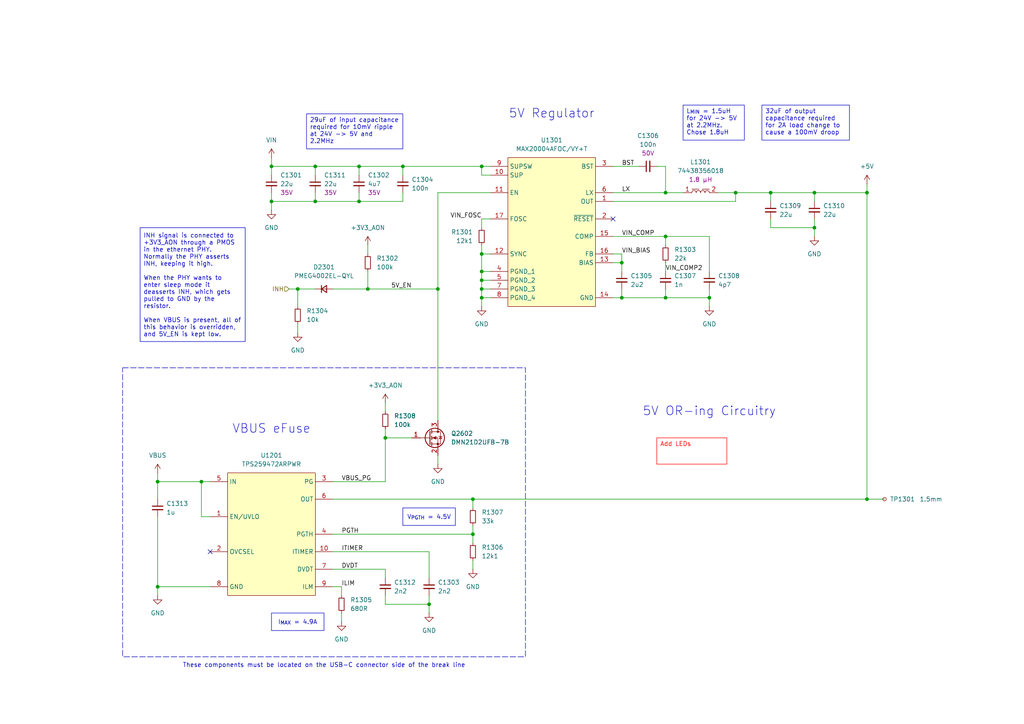
<source format=kicad_sch>
(kicad_sch (version 20250114) (generator "eeschema") (generator_version "9.0")
  (paper "A4")
  (lib_symbols
    (symbol "Connector:TestPoint_Small" (pin_numbers (hide yes)) (pin_names (offset 0.762) (hide yes))
      (property "Reference" "TP" (at 0 3.81 0))
      (property "Value" "TestPoint_Small" (at 0 2.032 0))
      (symbol "TestPoint_Small_0_1"
        (circle (center 0 0) (radius 0.508))
      )
      (symbol "TestPoint_Small_1_1"
        (pin passive line (at 0 0 90) (length 0) (name "1") (number "1"))
      )
    )
    (symbol "DIODE:PMEG4002EL-QYL" (pin_numbers (hide yes)) (pin_names (offset 0.254) (hide yes))
      (property "Reference" "D" (at 0 2.54 0))
      (property "Value" "PMEG4002EL-QYL" (at 0 -2.54 0))
      (symbol "PMEG4002EL-QYL_0_1"
        (polyline (pts (xy -0.762 0) (xy 0.762 0)))
        (polyline (pts (xy -0.762 -1.016) (xy -0.762 1.016)) (stroke (width 0.254)))
        (polyline (pts (xy 0.762 -1.016) (xy -0.762 0) (xy 0.762 1.016) (xy 0.762 -1.016)) (stroke (width 0.254)))
      )
      (symbol "PMEG4002EL-QYL_1_1"
        (pin passive line (at -2.54 0 0) (length 1.778) (name "K") (number "1"))
        (pin passive line (at 2.54 0 180) (length 1.778) (name "A") (number "2"))
      )
    )
    (symbol "Device:C_Small" (pin_numbers (hide yes)) (pin_names (offset 0.254) (hide yes))
      (property "Reference" "C" (at 0.254 1.778 0))
      (property "Value" "C_Small" (at 0.254 -2.032 0))
      (symbol "C_Small_0_1"
        (polyline (pts (xy -1.524 0.508) (xy 1.524 0.508)) (stroke (width 0.3048)))
        (polyline (pts (xy -1.524 -0.508) (xy 1.524 -0.508)) (stroke (width 0.3302)))
      )
      (symbol "C_Small_1_1"
        (pin passive line (at 0 2.54 270) (length 2.032) (name "~") (number "1"))
        (pin passive line (at 0 -2.54 90) (length 2.032) (name "~") (number "2"))
      )
    )
    (symbol "Device:R_Small" (pin_numbers (hide yes)) (pin_names (offset 0.254) (hide yes))
      (property "Reference" "R" (at 0.762 0.508 0))
      (property "Value" "R_Small" (at 0.762 -1.016 0))
      (symbol "R_Small_0_1"
        (rectangle (start -0.762 1.778) (end 0.762 -1.778) (stroke (width 0.2032)))
      )
      (symbol "R_Small_1_1"
        (pin passive line (at 0 2.54 270) (length 0.762) (name "~") (number "1"))
        (pin passive line (at 0 -2.54 90) (length 0.762) (name "~") (number "2"))
      )
    )
    (symbol "MAX-SMPS:MAX20004AFOA_VY+T"
      (property "Reference" "U" (at 0 5.08 0))
      (property "Value" "MAX20004AFOC/VY+T" (at 0 2.54 0))
      (symbol "MAX20004AFOA_VY+T_1_1"
        (rectangle (start -12.7 0) (end 12.7 -43.18) (fill (type background)))
        (pin passive line (at -17.78 -2.54 0) (length 5.08) (name "SUPSW") (number "9"))
        (pin passive line (at -17.78 -5.08 0) (length 5.08) (name "SUP") (number "10"))
        (pin passive line (at -17.78 -10.16 0) (length 5.08) (name "EN") (number "11"))
        (pin passive line (at -17.78 -17.78 0) (length 5.08) (name "FOSC") (number "17"))
        (pin passive line (at -17.78 -27.94 0) (length 5.08) (name "SYNC") (number "12"))
        (pin passive line (at -17.78 -33.02 0) (length 5.08) (name "PGND_1") (number "4"))
        (pin passive line (at -17.78 -35.56 0) (length 5.08) (name "PGND_2") (number "5"))
        (pin passive line (at -17.78 -38.1 0) (length 5.08) (name "PGND_3") (number "7"))
        (pin passive line (at -17.78 -40.64 0) (length 5.08) (name "PGND_4") (number "8"))
        (pin passive line (at 17.78 -2.54 180) (length 5.08) (name "BST") (number "3"))
        (pin passive line (at 17.78 -10.16 180) (length 5.08) (name "LX") (number "6"))
        (pin passive line (at 17.78 -12.7 180) (length 5.08) (name "OUT") (number "1"))
        (pin passive line (at 17.78 -17.78 180) (length 5.08) (name "~{RESET}") (number "2"))
        (pin passive line (at 17.78 -22.86 180) (length 5.08) (name "COMP") (number "15"))
        (pin passive line (at 17.78 -27.94 180) (length 5.08) (name "FB") (number "16"))
        (pin passive line (at 17.78 -30.48 180) (length 5.08) (name "BIAS") (number "13"))
        (pin passive line (at 17.78 -40.64 180) (length 5.08) (name "GND") (number "14"))
      )
    )
    (symbol "MOSFET:DMN21D2UFB-7B" (pin_names (hide yes))
      (property "Reference" "Q" (at 11.43 3.81 0))
      (property "Value" "DMN21D2UFB-7B" (at 11.43 1.27 0))
      (symbol "DMN21D2UFB-7B_0_1"
        (polyline (pts (xy 5.334 1.905) (xy 5.334 -1.905)) (stroke (width 0.254)))
        (polyline (pts (xy 5.334 0) (xy 2.54 0)))
        (polyline (pts (xy 5.842 2.286) (xy 5.842 1.27)) (stroke (width 0.254)))
        (polyline (pts (xy 5.842 0.508) (xy 5.842 -0.508)) (stroke (width 0.254)))
        (polyline (pts (xy 5.842 -1.27) (xy 5.842 -2.286)) (stroke (width 0.254)))
        (polyline (pts (xy 5.842 -1.778) (xy 8.382 -1.778) (xy 8.382 1.778) (xy 5.842 1.778)))
        (polyline (pts (xy 6.096 0) (xy 7.112 0.381) (xy 7.112 -0.381) (xy 6.096 0)) (fill (type outline)))
        (circle (center 6.731 0) (radius 2.794) (stroke (width 0.254)))
        (polyline (pts (xy 7.62 2.54) (xy 7.62 1.778)))
        (circle (center 7.62 1.778) (radius 0.254) (fill (type outline)))
        (circle (center 7.62 -1.778) (radius 0.254) (fill (type outline)))
        (polyline (pts (xy 7.62 -2.54) (xy 7.62 0) (xy 5.842 0)))
        (polyline (pts (xy 7.874 0.508) (xy 8.001 0.381) (xy 8.763 0.381) (xy 8.89 0.254)))
        (polyline (pts (xy 8.382 0.381) (xy 8.001 -0.254) (xy 8.763 -0.254) (xy 8.382 0.381)))
      )
      (symbol "DMN21D2UFB-7B_1_1"
        (pin input line (at 0 0 0) (length 2.54) (name "G") (number "1"))
        (pin passive line (at 7.62 5.08 270) (length 2.54) (name "D") (number "3"))
        (pin passive line (at 7.62 -5.08 90) (length 2.54) (name "S") (number "2"))
      )
    )
    (symbol "PWR-IND:4020_74438356018" (pin_names (hide yes))
      (property "Reference" "L" (at 0 7.62 0))
      (property "Value" "74438356018" (at 0 5.08 0))
      (property "Critical Parameter" "1.8 µH" (at 0 2.54 0))
      (symbol "4020_74438356018_0_1"
        (polyline (pts (xy -2.54 1.016) (xy -0.508 1.016)))
        (arc (start -2.54 0) (mid -1.905 0.6323) (end -1.27 0))
        (arc (start -1.27 0) (mid -0.635 0.6323) (end 0 0))
        (arc (start 0 0) (mid 0.635 0.6323) (end 1.27 0))
        (arc (start 1.27 0) (mid 1.905 0.6323) (end 2.54 0))
      )
      (symbol "4020_74438356018_1_1"
        (polyline (pts (xy 2.54 1.016) (xy 0.508 1.016)))
        (pin power_in line (at -5.08 0 0) (length 2.54) (name "1") (number "1"))
        (pin power_out line (at 5.08 0 180) (length 2.54) (name "2") (number "2"))
      )
    )
    (symbol "PWR-SWCH:TPS259472ARPWR"
      (property "Reference" "U" (at 0 5.08 0))
      (property "Value" "TPS259472ARPWR" (at 0 2.54 0))
      (symbol "TPS259472ARPWR_1_1"
        (rectangle (start -12.7 0) (end 12.7 -35.56) (fill (type background)))
        (pin power_in line (at -17.78 -2.54 0) (length 5.08) (name "IN") (number "5"))
        (pin input line (at -17.78 -12.7 0) (length 5.08) (name "EN/UVLO") (number "1"))
        (pin passive line (at -17.78 -12.7 0) (length 5.08) (hide yes) (name "EN/UVLO") (number "12"))
        (pin input line (at -17.78 -22.86 0) (length 5.08) (name "OVCSEL") (number "2"))
        (pin passive line (at -17.78 -33.02 0) (length 5.08) (name "GND") (number "8"))
        (pin output line (at 17.78 -2.54 180) (length 5.08) (name "PG") (number "3"))
        (pin power_out line (at 17.78 -7.62 180) (length 5.08) (name "OUT") (number "6"))
        (pin passive line (at 17.78 -17.78 180) (length 5.08) (hide yes) (name "PGTH") (number "13"))
        (pin input line (at 17.78 -17.78 180) (length 5.08) (name "PGTH") (number "4"))
        (pin output line (at 17.78 -22.86 180) (length 5.08) (name "ITIMER") (number "10"))
        (pin passive line (at 17.78 -22.86 180) (length 5.08) (hide yes) (name "ITIMER") (number "11"))
        (pin passive line (at 17.78 -27.94 180) (length 5.08) (hide yes) (name "DVDT") (number "14"))
        (pin output line (at 17.78 -27.94 180) (length 5.08) (name "DVDT") (number "7"))
        (pin output line (at 17.78 -33.02 180) (length 5.08) (name "ILM") (number "9"))
      )
    )
    (symbol "PWR-SYM:+3V3_AON" (power) (pin_numbers (hide yes)) (pin_names (offset 0) (hide yes))
      (property "Value" "+3V3_AON" (at 0 3.556 0))
      (symbol "+3V3_AON_0_1"
        (polyline (pts (xy -0.762 1.27) (xy 0 2.54)))
        (polyline (pts (xy 0 2.54) (xy 0.762 1.27)))
        (polyline (pts (xy 0 0) (xy 0 2.54)))
      )
      (symbol "+3V3_AON_1_1"
        (pin power_in line (at 0 0 90) (length 0) (name "~") (number "1"))
      )
    )
    (symbol "power:+5V" (power) (pin_numbers (hide yes)) (pin_names (offset 0) (hide yes))
      (property "Value" "+5V" (at 0 3.556 0))
      (symbol "+5V_0_1"
        (polyline (pts (xy -0.762 1.27) (xy 0 2.54)))
        (polyline (pts (xy 0 2.54) (xy 0.762 1.27)))
        (polyline (pts (xy 0 0) (xy 0 2.54)))
      )
      (symbol "+5V_1_1"
        (pin power_in line (at 0 0 90) (length 0) (name "~") (number "1"))
      )
    )
    (symbol "power:GND" (power) (pin_numbers (hide yes)) (pin_names (offset 0) (hide yes))
      (property "Value" "GND" (at 0 -3.81 0))
      (symbol "GND_0_1"
        (polyline (pts (xy 0 0) (xy 0 -1.27) (xy 1.27 -1.27) (xy 0 -2.54) (xy -1.27 -1.27) (xy 0 -1.27)))
      )
      (symbol "GND_1_1"
        (pin power_in line (at 0 0 270) (length 0) (name "~") (number "1"))
      )
    )
    (symbol "power:VBUS" (power) (pin_numbers (hide yes)) (pin_names (offset 0) (hide yes))
      (property "Value" "VBUS" (at 0 3.556 0))
      (symbol "VBUS_0_1"
        (polyline (pts (xy -0.762 1.27) (xy 0 2.54)))
        (polyline (pts (xy 0 2.54) (xy 0.762 1.27)))
        (polyline (pts (xy 0 0) (xy 0 2.54)))
      )
      (symbol "VBUS_1_1"
        (pin power_in line (at 0 0 90) (length 0) (name "~") (number "1"))
      )
    )
    (symbol "power_extra:VIN" (power) (pin_numbers (hide yes)) (pin_names (offset 0) (hide yes))
      (property "Value" "VIN" (at 0 3.556 0))
      (symbol "VIN_0_1"
        (polyline (pts (xy -0.762 1.27) (xy 0 2.54)))
        (polyline (pts (xy 0 2.54) (xy 0.762 1.27)))
        (polyline (pts (xy 0 0) (xy 0 2.54)))
      )
      (symbol "VIN_1_1"
        (pin power_in line (at 0 0 90) (length 0) (name "~") (number "1"))
      )
    )
  )
  (rectangle (start 35.56 106.68) (end 152.4 190.5) (stroke (width 0) (type dash)))
  (text "These components must be located on the USB-C connector side of the break line" (at 93.98 193.04 0) (effects (font (size 1.27 1.27))))
  (text "5V Regulator" (at 160.02 33.02 0) (effects (font (size 2.54 2.54))))
  (text "5V OR-ing Circuitry" (at 205.74 119.38 0) (effects (font (size 2.54 2.54))))
  (text "VBUS eFuse" (at 78.74 124.46 0) (effects (font (size 2.54 2.54))))
  (text_box "V_{PGTH} = 4.5V" (at 116.84 147.32 0) (size 15.24 5.08) (margins 0.9525 0.9525 0.9525 0.9525) (effects (font (size 1.27 1.27))))
  (text_box "INH signal is connected to +3V3_AON through a PMOS in the ethernet PHY. Normally the PHY asserts INH, keeping it high.\n\nWhen the PHY wants to enter sleep mode it deasserts INH, which gets pulled to GND by the resistor.\n\nWhen VBUS is present, all of this behavior is overridden, and 5V_EN is kept low." (at 40.64 66.04 0) (size 30.48 33.02) (margins 0.9525 0.9525 0.9525 0.9525) (effects (font (size 1.27 1.27)) (justify left)))
  (text_box "L_{MIN} = 1.5uH for 24V -> 5V at 2.2MHz. Chose 1.8uH" (at 198.12 30.48 0) (size 17.78 10.16) (margins 0.9525 0.9525 0.9525 0.9525) (effects (font (size 1.27 1.27)) (justify left top)))
  (text_box "Add LEDs" (at 190.5 127 0) (size 20.32 7.62) (margins 0.9525 0.9525 0.9525 0.9525) (stroke (width 0) (color 255 0 0 1)) (effects (font (size 1.27 1.27)) (justify left top)))
  (text_box "32uF of output capacitance required for 2A load change to cause a 100mV droop" (at 220.98 30.48 0) (size 25.4 10.16) (margins 0.9525 0.9525 0.9525 0.9525) (effects (font (size 1.27 1.27)) (justify left top)))
  (text_box "I_{MAX} = 4.9A" (at 78.74 177.8 0) (size 15.24 5.08) (margins 0.9525 0.9525 0.9525 0.9525) (effects (font (size 1.27 1.27))))
  (text_box "29uF of input capacitance required for 10mV ripple at 24V -> 5V and 2.2MHz" (at 88.9 33.02 0) (size 27.94 10.16) (margins 0.9525 0.9525 0.9525 0.9525) (effects (font (size 1.27 1.27)) (justify left top)))
  (junction (at 139.7 73.66))
  (junction (at 127 83.82))
  (junction (at 45.72 170.18))
  (junction (at 139.7 86.36))
  (junction (at 139.7 81.28))
  (junction (at 180.34 86.36))
  (junction (at 91.44 58.42))
  (junction (at 180.34 76.2))
  (junction (at 137.16 154.94))
  (junction (at 91.44 48.26))
  (junction (at 86.36 83.82))
  (junction (at 106.68 83.82))
  (junction (at 251.46 144.78))
  (junction (at 236.22 55.88))
  (junction (at 193.04 55.88))
  (junction (at 139.7 78.74))
  (junction (at 193.04 86.36))
  (junction (at 124.46 175.26))
  (junction (at 236.22 66.04))
  (junction (at 223.52 55.88))
  (junction (at 213.36 55.88))
  (junction (at 111.76 127))
  (junction (at 205.74 86.36))
  (junction (at 193.04 68.58))
  (junction (at 104.14 58.42))
  (junction (at 139.7 83.82))
  (junction (at 78.74 58.42))
  (junction (at 116.84 48.26))
  (junction (at 45.72 139.7))
  (junction (at 251.46 55.88))
  (junction (at 78.74 48.26))
  (junction (at 58.42 139.7))
  (junction (at 137.16 144.78))
  (junction (at 104.14 48.26))
  (junction (at 139.7 48.26))
  (no_connect (at 177.8 63.5))
  (no_connect (at 60.96 160.02))
  (wire (pts (xy 205.74 78.74) (xy 205.74 68.58)))
  (wire (pts (xy 180.34 73.66) (xy 180.34 76.2)))
  (wire (pts (xy 45.72 149.86) (xy 45.72 170.18)))
  (wire (pts (xy 142.24 86.36) (xy 139.7 86.36)))
  (wire (pts (xy 124.46 172.72) (xy 124.46 175.26)))
  (wire (pts (xy 223.52 55.88) (xy 236.22 55.88)))
  (wire (pts (xy 45.72 170.18) (xy 45.72 172.72)))
  (wire (pts (xy 111.76 127) (xy 111.76 139.7)))
  (wire (pts (xy 142.24 83.82) (xy 139.7 83.82)))
  (wire (pts (xy 205.74 68.58) (xy 193.04 68.58)))
  (wire (pts (xy 83.82 83.82) (xy 86.36 83.82)))
  (wire (pts (xy 139.7 78.74) (xy 142.24 78.74)))
  (wire (pts (xy 96.52 160.02) (xy 124.46 160.02)))
  (wire (pts (xy 177.8 48.26) (xy 185.42 48.26)))
  (wire (pts (xy 106.68 83.82) (xy 127 83.82)))
  (wire (pts (xy 86.36 83.82) (xy 86.36 88.9)))
  (wire (pts (xy 177.8 86.36) (xy 180.34 86.36)))
  (wire (pts (xy 45.72 170.18) (xy 60.96 170.18)))
  (wire (pts (xy 91.44 55.88) (xy 91.44 58.42)))
  (wire (pts (xy 124.46 175.26) (xy 124.46 177.8)))
  (wire (pts (xy 139.7 50.8) (xy 139.7 48.26)))
  (wire (pts (xy 86.36 83.82) (xy 91.44 83.82)))
  (wire (pts (xy 106.68 78.74) (xy 106.68 83.82)))
  (wire (pts (xy 104.14 58.42) (xy 116.84 58.42)))
  (wire (pts (xy 213.36 58.42) (xy 213.36 55.88)))
  (wire (pts (xy 78.74 55.88) (xy 78.74 58.42)))
  (wire (pts (xy 111.76 124.46) (xy 111.76 127)))
  (wire (pts (xy 139.7 83.82) (xy 139.7 86.36)))
  (wire (pts (xy 193.04 55.88) (xy 198.12 55.88)))
  (wire (pts (xy 177.8 76.2) (xy 180.34 76.2)))
  (wire (pts (xy 236.22 63.5) (xy 236.22 66.04)))
  (wire (pts (xy 251.46 144.78) (xy 256.54 144.78)))
  (wire (pts (xy 78.74 58.42) (xy 78.74 60.96)))
  (wire (pts (xy 96.52 83.82) (xy 106.68 83.82)))
  (wire (pts (xy 193.04 76.2) (xy 193.04 78.74)))
  (wire (pts (xy 96.52 144.78) (xy 137.16 144.78)))
  (wire (pts (xy 116.84 55.88) (xy 116.84 58.42)))
  (wire (pts (xy 127 132.08) (xy 127 134.62)))
  (wire (pts (xy 137.16 154.94) (xy 137.16 157.48)))
  (wire (pts (xy 177.8 68.58) (xy 193.04 68.58)))
  (wire (pts (xy 139.7 81.28) (xy 139.7 83.82)))
  (wire (pts (xy 251.46 55.88) (xy 251.46 144.78)))
  (wire (pts (xy 177.8 73.66) (xy 180.34 73.66)))
  (wire (pts (xy 190.5 48.26) (xy 193.04 48.26)))
  (wire (pts (xy 96.52 154.94) (xy 137.16 154.94)))
  (wire (pts (xy 127 83.82) (xy 127 55.88)))
  (wire (pts (xy 86.36 93.98) (xy 86.36 96.52)))
  (wire (pts (xy 139.7 48.26) (xy 142.24 48.26)))
  (wire (pts (xy 106.68 71.12) (xy 106.68 73.66)))
  (wire (pts (xy 139.7 73.66) (xy 142.24 73.66)))
  (wire (pts (xy 213.36 55.88) (xy 223.52 55.88)))
  (wire (pts (xy 205.74 86.36) (xy 193.04 86.36)))
  (wire (pts (xy 137.16 162.56) (xy 137.16 165.1)))
  (wire (pts (xy 193.04 83.82) (xy 193.04 86.36)))
  (wire (pts (xy 78.74 45.72) (xy 78.74 48.26)))
  (wire (pts (xy 111.76 167.64) (xy 111.76 165.1)))
  (wire (pts (xy 193.04 68.58) (xy 193.04 71.12)))
  (wire (pts (xy 45.72 139.7) (xy 58.42 139.7)))
  (wire (pts (xy 127 55.88) (xy 142.24 55.88)))
  (wire (pts (xy 223.52 55.88) (xy 223.52 58.42)))
  (wire (pts (xy 99.06 177.8) (xy 99.06 180.34)))
  (wire (pts (xy 91.44 58.42) (xy 78.74 58.42)))
  (wire (pts (xy 236.22 55.88) (xy 236.22 58.42)))
  (wire (pts (xy 111.76 175.26) (xy 124.46 175.26)))
  (wire (pts (xy 111.76 116.84) (xy 111.76 119.38)))
  (wire (pts (xy 111.76 139.7) (xy 96.52 139.7)))
  (wire (pts (xy 111.76 172.72) (xy 111.76 175.26)))
  (wire (pts (xy 142.24 50.8) (xy 139.7 50.8)))
  (wire (pts (xy 91.44 48.26) (xy 78.74 48.26)))
  (wire (pts (xy 251.46 53.34) (xy 251.46 55.88)))
  (wire (pts (xy 91.44 48.26) (xy 91.44 50.8)))
  (wire (pts (xy 180.34 83.82) (xy 180.34 86.36)))
  (wire (pts (xy 45.72 144.78) (xy 45.72 139.7)))
  (wire (pts (xy 139.7 78.74) (xy 139.7 81.28)))
  (wire (pts (xy 223.52 63.5) (xy 223.52 66.04)))
  (wire (pts (xy 142.24 63.5) (xy 139.7 63.5)))
  (wire (pts (xy 58.42 139.7) (xy 60.96 139.7)))
  (wire (pts (xy 104.14 48.26) (xy 116.84 48.26)))
  (wire (pts (xy 213.36 55.88) (xy 208.28 55.88)))
  (wire (pts (xy 91.44 58.42) (xy 104.14 58.42)))
  (wire (pts (xy 193.04 48.26) (xy 193.04 55.88)))
  (wire (pts (xy 205.74 86.36) (xy 205.74 88.9)))
  (wire (pts (xy 96.52 170.18) (xy 99.06 170.18)))
  (wire (pts (xy 104.14 48.26) (xy 104.14 50.8)))
  (wire (pts (xy 139.7 63.5) (xy 139.7 66.04)))
  (wire (pts (xy 124.46 160.02) (xy 124.46 167.64)))
  (wire (pts (xy 236.22 55.88) (xy 251.46 55.88)))
  (wire (pts (xy 205.74 83.82) (xy 205.74 86.36)))
  (wire (pts (xy 116.84 48.26) (xy 139.7 48.26)))
  (wire (pts (xy 78.74 48.26) (xy 78.74 50.8)))
  (wire (pts (xy 96.52 165.1) (xy 111.76 165.1)))
  (wire (pts (xy 251.46 144.78) (xy 137.16 144.78)))
  (wire (pts (xy 142.24 81.28) (xy 139.7 81.28)))
  (wire (pts (xy 236.22 66.04) (xy 236.22 68.58)))
  (wire (pts (xy 104.14 55.88) (xy 104.14 58.42)))
  (wire (pts (xy 58.42 139.7) (xy 58.42 149.86)))
  (wire (pts (xy 139.7 73.66) (xy 139.7 78.74)))
  (wire (pts (xy 177.8 55.88) (xy 193.04 55.88)))
  (wire (pts (xy 45.72 137.16) (xy 45.72 139.7)))
  (wire (pts (xy 127 83.82) (xy 127 121.92)))
  (wire (pts (xy 139.7 71.12) (xy 139.7 73.66)))
  (wire (pts (xy 236.22 66.04) (xy 223.52 66.04)))
  (wire (pts (xy 111.76 127) (xy 119.38 127)))
  (wire (pts (xy 116.84 50.8) (xy 116.84 48.26)))
  (wire (pts (xy 137.16 147.32) (xy 137.16 144.78)))
  (wire (pts (xy 180.34 78.74) (xy 180.34 76.2)))
  (wire (pts (xy 177.8 58.42) (xy 213.36 58.42)))
  (wire (pts (xy 139.7 86.36) (xy 139.7 88.9)))
  (wire (pts (xy 91.44 48.26) (xy 104.14 48.26)))
  (wire (pts (xy 60.96 149.86) (xy 58.42 149.86)))
  (wire (pts (xy 137.16 152.4) (xy 137.16 154.94)))
  (wire (pts (xy 180.34 86.36) (xy 193.04 86.36)))
  (wire (pts (xy 99.06 172.72) (xy 99.06 170.18)))
  (label "ILIM" (at 99.06 170.18 0))
  (label "LX" (at 180.34 55.88 0))
  (label "DVDT" (at 99.06 165.1 0))
  (label "VBUS_PG" (at 99.06 139.7 0))
  (label "PGTH" (at 99.06 154.94 0))
  (label "VIN_COMP2" (at 193.04 78.74 0))
  (label "VIN_FOSC" (at 139.7 63.5 180))
  (label "VIN_COMP" (at 180.34 68.58 0))
  (label "5V_EN" (at 119.38 83.82 180))
  (label "ITIMER" (at 99.06 160.02 0))
  (label "VIN_BIAS" (at 180.34 73.66 0))
  (label "BST" (at 180.34 48.26 0))
  (hierarchical_label "INH" (shape input) (at 83.82 83.82 180))
  (symbol (lib_id "MOSFET:DMN21D2UFB-7B") (at 119.38 127 0) (unit 1)
    (property "Reference" "Q2602" (at 130.81 125.73 0) (effects (justify left)))
    (property "Value" "DMN21D2UFB-7B" (at 130.81 128.27 0) (effects (justify left)))
    (property "Footprint" "project_footprints:DMN21D2UFB7B" (effects (hide yes)))
    (property "Datasheet" "https://componentsearchengine.com/Datasheets/1/DMN21D2UFB-7B.pdf" (effects (hide yes)))
    (property "Description" "MOSFET MOSFET BVDSS: 8V-24V X1-DFN1006-3 T&R 10" (effects (hide yes)))
    (property "Height" "0.53" (effects (hide yes)))
    (property "Mouser Part Number" "621-DMN21D2UFB-7B" (effects (hide yes)))
    (property "Manufacturer_Name" "Diodes Incorporated" (effects (hide yes)))
    (property "Manufacturer_Part_Number" "DMN21D2UFB-7B" (effects (hide yes)))
    (property "Sim.Library" "sim_models\\DMN21D2UFB.spice.txt" (effects (hide yes)))
    (property "Sim.Name" "DMN21D2UFB" (effects (hide yes)))
    (property "Sim.Device" "SUBCKT" (effects (hide yes)))
    (property "Sim.Pins" "1=20 2=30 3=10" (effects (hide yes)))
  )
  (symbol (lib_id "Device:C_Small") (at 223.52 60.96 0) (unit 1)
    (property "Reference" "C1309" (at 226.06 59.6962 0) (effects (justify left)))
    (property "Value" "22u" (at 226.06 62.2362 0) (effects (justify left)))
    (property "Footprint" "Capacitor_SMD:C_0805_2012Metric" (effects (hide yes)))
    (property "Description" "Unpolarized capacitor, small symbol" (effects (hide yes)))
  )
  (symbol (lib_id "power:VBUS") (at 45.72 137.16 0) (unit 1)
    (property "Reference" "#PWR01312" (effects (hide yes)))
    (property "Value" "VBUS" (at 45.72 132.08 0))
    (property "Description" "Power symbol creates a global label with name \"VBUS\"" (effects (hide yes)))
  )
  (symbol (lib_id "Device:C_Small") (at 124.46 170.18 0) (unit 1)
    (property "Reference" "C1303" (at 127 168.9162 0) (effects (justify left)))
    (property "Value" "2n2" (at 127 171.4562 0) (effects (justify left)))
    (property "Footprint" "project_footprints:C_0402" (effects (hide yes)))
    (property "Description" "Unpolarized capacitor, small symbol" (effects (hide yes)))
  )
  (symbol (lib_id "power:GND") (at 78.74 60.96 0) (unit 1)
    (property "Reference" "#PWR01302" (effects (hide yes)))
    (property "Value" "GND" (at 78.74 66.04 0))
    (property "Description" "Power symbol creates a global label with name \"GND\" , ground" (effects (hide yes)))
  )
  (symbol (lib_id "PWR-SYM:+3V3_AON") (at 106.68 71.12 0) (unit 1)
    (property "Reference" "#PWR01310" (effects (hide yes)))
    (property "Value" "+3V3_AON" (at 106.68 66.04 0))
    (property "Description" "Power symbol creates a global label with name \"+3V3_AON\"" (effects (hide yes)))
  )
  (symbol (lib_id "Device:R_Small") (at 193.04 73.66 0) (mirror y) (unit 1)
    (property "Reference" "R1303" (at 195.58 72.3899 0) (effects (justify right)))
    (property "Value" "22k" (at 195.58 74.9299 0) (effects (justify right)))
    (property "Footprint" "project_footprints:R_0402" (effects (hide yes)))
    (property "Description" "Resistor, small symbol" (effects (hide yes)))
  )
  (symbol (lib_id "PWR-SWCH:TPS259472ARPWR") (at 78.74 137.16 0) (unit 1)
    (property "Reference" "U1201" (at 78.74 132.08 0))
    (property "Value" "TPS259472ARPWR" (at 78.74 134.62 0))
    (property "Footprint" "project_footprints:TPS259472ARPWR" (effects (hide yes)))
    (property "Datasheet" "https://www.ti.com/lit/ds/symlink/tps25947.pdf?ts=1761904658681&ref_url=https%253A%252F%252Fwww.mouser.tw%252F" (effects (hide yes)))
    (property "Description" "Hot Swap Voltage Controllers 2.7-V to 23-V, 28-m?, 5.5-A eFuse with integrated reverse polarity protection" (effects (hide yes)))
    (property "Height" "1" (effects (hide yes)))
  )
  (symbol (lib_id "power:GND") (at 137.16 165.1 0) (unit 1)
    (property "Reference" "#PWR01308" (effects (hide yes)))
    (property "Value" "GND" (at 137.16 170.18 0))
    (property "Description" "Power symbol creates a global label with name \"GND\" , ground" (effects (hide yes)))
  )
  (symbol (lib_id "Device:R_Small") (at 111.76 121.92 0) (mirror y) (unit 1)
    (property "Reference" "R1308" (at 114.3 120.6499 0) (effects (justify right)))
    (property "Value" "100k" (at 114.3 123.1899 0) (effects (justify right)))
    (property "Footprint" "project_footprints:R_0402" (effects (hide yes)))
    (property "Description" "Resistor, small symbol" (effects (hide yes)))
  )
  (symbol (lib_id "power:+5V") (at 251.46 53.34 0) (unit 1)
    (property "Reference" "#PWR01306" (effects (hide yes)))
    (property "Value" "+5V" (at 251.46 48.26 0))
    (property "Description" "Power symbol creates a global label with name \"+5V\"" (effects (hide yes)))
  )
  (symbol (lib_id "Connector:TestPoint_Small") (at 256.54 144.78 0) (mirror y) (unit 1)
    (property "Reference" "TP1301" (at 265.43 144.78 0) (effects (justify left)))
    (property "Value" "1.5mm" (at 266.7 144.78 0) (effects (justify right)))
    (property "Footprint" "TestPoint:TestPoint_Pad_D1.5mm" (effects (hide yes)))
    (property "Description" "test point" (effects (hide yes)))
  )
  (symbol (lib_id "Device:C_Small") (at 187.96 48.26 90) (unit 1)
    (property "Reference" "C1306" (at 187.96 39.37 90))
    (property "Value" "100n" (at 187.96 41.91 90))
    (property "Footprint" "project_footprints:C_0402" (effects (hide yes)))
    (property "Description" "Unpolarized capacitor, small symbol" (effects (hide yes)))
    (property "Voltage" "50V" (at 187.96 44.45 90))
  )
  (symbol (lib_id "power:GND") (at 45.72 172.72 0) (unit 1)
    (property "Reference" "#PWR01314" (effects (hide yes)))
    (property "Value" "GND" (at 45.72 177.8 0))
    (property "Description" "Power symbol creates a global label with name \"GND\" , ground" (effects (hide yes)))
  )
  (symbol (lib_id "MAX-SMPS:MAX20004AFOA_VY+T") (at 160.02 45.72 0) (unit 1)
    (property "Reference" "U1301" (at 160.02 40.64 0))
    (property "Value" "MAX20004AFOC/VY+T" (at 160.02 43.18 0))
    (property "Footprint" "project_footprints:MAX20004AFOC_VY+" (effects (hide yes)))
    (property "Datasheet" "https://componentsearchengine.com/Datasheets/1/MAX20004AFOA_VY+T.pdf" (effects (hide yes)))
    (property "Description" "36V, 220KHZ TO 2.2MHZ, 4A/6A/8A" (effects (hide yes)))
    (property "Height" "0.75" (effects (hide yes)))
    (property "Manufacturer_Name" "Analog Devices" (effects (hide yes)))
    (property "Manufacturer_Part_Number" "MAX20004AFOA/VY+T" (effects (hide yes)))
    (property "Mouser Part Number" "700-MAX20004AFOA/VYT" (effects (hide yes)))
    (property "Mouser Price/Stock" "https://www.mouser.co.uk/ProductDetail/Maxim-Integrated/MAX20004AFOA-VY%2bT?qs=vLWxofP3U2xWaHIFd3JEag%3D%3D" (effects (hide yes)))
  )
  (symbol (lib_id "power:GND") (at 86.36 96.52 0) (unit 1)
    (property "Reference" "#PWR01305" (effects (hide yes)))
    (property "Value" "GND" (at 86.36 101.6 0))
    (property "Description" "Power symbol creates a global label with name \"GND\" , ground" (effects (hide yes)))
  )
  (symbol (lib_id "power:GND") (at 205.74 88.9 0) (unit 1)
    (property "Reference" "#PWR01304" (effects (hide yes)))
    (property "Value" "GND" (at 205.74 93.98 0))
    (property "Description" "Power symbol creates a global label with name \"GND\" , ground" (effects (hide yes)))
  )
  (symbol (lib_id "Device:R_Small") (at 137.16 149.86 0) (mirror y) (unit 1)
    (property "Reference" "R1307" (at 139.7 148.5899 0) (effects (justify right)))
    (property "Value" "33k" (at 139.7 151.1299 0) (effects (justify right)))
    (property "Footprint" "project_footprints:R_0402" (effects (hide yes)))
    (property "Description" "Resistor, small symbol" (effects (hide yes)))
  )
  (symbol (lib_id "power:GND") (at 236.22 68.58 0) (unit 1)
    (property "Reference" "#PWR01307" (effects (hide yes)))
    (property "Value" "GND" (at 236.22 73.66 0))
    (property "Description" "Power symbol creates a global label with name \"GND\" , ground" (effects (hide yes)))
  )
  (symbol (lib_id "Device:R_Small") (at 86.36 91.44 0) (mirror y) (unit 1)
    (property "Reference" "R1304" (at 88.9 90.1699 0) (effects (justify right)))
    (property "Value" "10k" (at 88.9 92.7099 0) (effects (justify right)))
    (property "Footprint" "project_footprints:R_0402" (effects (hide yes)))
    (property "Description" "Resistor, small symbol" (effects (hide yes)))
  )
  (symbol (lib_id "Device:R_Small") (at 99.06 175.26 0) (mirror y) (unit 1)
    (property "Reference" "R1305" (at 101.6 173.9899 0) (effects (justify right)))
    (property "Value" "680R" (at 101.6 176.5299 0) (effects (justify right)))
    (property "Footprint" "project_footprints:R_0402" (effects (hide yes)))
    (property "Description" "Resistor, small symbol" (effects (hide yes)))
  )
  (symbol (lib_id "power:GND") (at 124.46 177.8 0) (unit 1)
    (property "Reference" "#PWR01313" (effects (hide yes)))
    (property "Value" "GND" (at 124.46 182.88 0))
    (property "Description" "Power symbol creates a global label with name \"GND\" , ground" (effects (hide yes)))
  )
  (symbol (lib_id "power_extra:VIN") (at 78.74 45.72 0) (unit 1)
    (property "Reference" "#PWR01301" (effects (hide yes)))
    (property "Value" "VIN" (at 78.74 40.64 0))
    (property "Description" "Power symbol creates a global label with name \"VIN\"" (effects (hide yes)))
  )
  (symbol (lib_id "power:GND") (at 127 134.62 0) (unit 1)
    (property "Reference" "#PWR01309" (effects (hide yes)))
    (property "Value" "GND" (at 127 139.7 0))
    (property "Description" "Power symbol creates a global label with name \"GND\" , ground" (effects (hide yes)))
  )
  (symbol (lib_id "Device:C_Small") (at 111.76 170.18 0) (unit 1)
    (property "Reference" "C1312" (at 114.3 168.9162 0) (effects (justify left)))
    (property "Value" "2n2" (at 114.3 171.4562 0) (effects (justify left)))
    (property "Footprint" "project_footprints:C_0402" (effects (hide yes)))
    (property "Description" "Unpolarized capacitor, small symbol" (effects (hide yes)))
  )
  (symbol (lib_id "power:GND") (at 99.06 180.34 0) (unit 1)
    (property "Reference" "#PWR01311" (effects (hide yes)))
    (property "Value" "GND" (at 99.06 185.42 0))
    (property "Description" "Power symbol creates a global label with name \"GND\" , ground" (effects (hide yes)))
  )
  (symbol (lib_id "PWR-SYM:+3V3_AON") (at 111.76 116.84 0) (unit 1)
    (property "Reference" "#PWR01316" (effects (hide yes)))
    (property "Value" "+3V3_AON" (at 111.76 111.76 0))
    (property "Description" "Power symbol creates a global label with name \"+3V3_AON\"" (effects (hide yes)))
  )
  (symbol (lib_id "Device:R_Small") (at 139.7 68.58 0) (unit 1)
    (property "Reference" "R1301" (at 137.16 67.3099 0) (effects (justify right)))
    (property "Value" "12k1" (at 137.16 69.8499 0) (effects (justify right)))
    (property "Footprint" "project_footprints:R_0402" (effects (hide yes)))
    (property "Description" "Resistor, small symbol" (effects (hide yes)))
  )
  (symbol (lib_id "Device:C_Small") (at 193.04 81.28 0) (unit 1)
    (property "Reference" "C1307" (at 195.58 80.0162 0) (effects (justify left)))
    (property "Value" "1n" (at 195.58 82.5562 0) (effects (justify left)))
    (property "Footprint" "project_footprints:C_0402" (effects (hide yes)))
    (property "Description" "Unpolarized capacitor, small symbol" (effects (hide yes)))
  )
  (symbol (lib_id "Device:C_Small") (at 104.14 53.34 0) (unit 1)
    (property "Reference" "C1302" (at 106.68 50.8 0) (effects (justify left)))
    (property "Value" "4u7" (at 106.68 53.34 0) (effects (justify left)))
    (property "Footprint" "Capacitor_SMD:C_0805_2012Metric" (effects (hide yes)))
    (property "Description" "Unpolarized capacitor, small symbol" (effects (hide yes)))
    (property "Voltage" "35V" (at 106.68 55.8738 0) (effects (justify left)))
  )
  (symbol (lib_id "Device:R_Small") (at 137.16 160.02 0) (mirror y) (unit 1)
    (property "Reference" "R1306" (at 139.7 158.7499 0) (effects (justify right)))
    (property "Value" "12k1" (at 139.7 161.2899 0) (effects (justify right)))
    (property "Footprint" "project_footprints:R_0402" (effects (hide yes)))
    (property "Description" "Resistor, small symbol" (effects (hide yes)))
  )
  (symbol (lib_id "Device:C_Small") (at 236.22 60.96 0) (unit 1)
    (property "Reference" "C1310" (at 238.76 59.6962 0) (effects (justify left)))
    (property "Value" "22u" (at 238.76 62.2362 0) (effects (justify left)))
    (property "Footprint" "Capacitor_SMD:C_0805_2012Metric" (effects (hide yes)))
    (property "Description" "Unpolarized capacitor, small symbol" (effects (hide yes)))
  )
  (symbol (lib_id "Device:C_Small") (at 180.34 81.28 0) (unit 1)
    (property "Reference" "C1305" (at 182.88 80.0162 0) (effects (justify left)))
    (property "Value" "2u2" (at 182.88 82.5562 0) (effects (justify left)))
    (property "Footprint" "project_footprints:C_0402" (effects (hide yes)))
    (property "Description" "Unpolarized capacitor, small symbol" (effects (hide yes)))
  )
  (symbol (lib_id "PWR-IND:4020_74438356018") (at 203.2 55.88 0) (unit 1)
    (property "Reference" "L1301" (at 203.2 46.99 0))
    (property "Value" "74438356018" (at 203.2 49.53 0))
    (property "Footprint" "Inductor_SMD_Wurth:L_Wurth_WE-MAPI-4020" (effects (hide yes)))
    (property "Datasheet" "https://www.we-online.com/catalog/datasheet/74438356018.pdf?ki" (effects (hide yes)))
    (property "Description" "Shielded Power Inductor" (effects (hide yes)))
    (property "Manufacturer" "Wurth Elektronik" (effects (hide yes)))
    (property "Manufacturer URL" "https://www.we-online.com" (effects (hide yes)))
    (property "Published Date" "20250320" (effects (hide yes)))
    (property "Match Code" "WE-MAPI" (effects (hide yes)))
    (property "Part Number" "74438356018" (effects (hide yes)))
    (property "Size" "4020" (effects (hide yes)))
    (property "Mounting Technology" "SMT" (effects (hide yes)))
    (property "L (µH)" "1.8" (effects (hide yes)))
    (property "IRP,40K (A)" "6.8" (effects (hide yes)))
    (property "ISAT,30% (A)" "8.7" (effects (hide yes)))
    (property "RDC typ. (mΩ)" "24.5" (effects (hide yes)))
    (property "fres (MHz)" "40.0" (effects (hide yes)))
    (property "VOP (V)" "80" (effects (hide yes)))
    (property "Critical Parameter" "1.8 µH" (at 203.2 52.07 0))
  )
  (symbol (lib_id "Device:C_Small") (at 205.74 81.28 0) (unit 1)
    (property "Reference" "C1308" (at 208.28 80.0162 0) (effects (justify left)))
    (property "Value" "4p7" (at 208.28 82.5562 0) (effects (justify left)))
    (property "Footprint" "project_footprints:C_0402" (effects (hide yes)))
    (property "Description" "Unpolarized capacitor, small symbol" (effects (hide yes)))
  )
  (symbol (lib_id "DIODE:PMEG4002EL-QYL") (at 93.98 83.82 0) (unit 1)
    (property "Reference" "D2301" (at 93.98 77.47 0))
    (property "Value" "PMEG4002EL-QYL" (at 93.98 80.01 0))
    (property "Footprint" "project_footprints:PMEG4002EL-QYL" (effects (hide yes)))
    (property "Datasheet" "https://assets.nexperia.com/documents/data-sheet/PMEG4002EL-Q.pdf" (effects (hide yes)))
    (property "Description" "Diode, small symbol" (effects (hide yes)))
    (property "Sim.Device" "D" (effects (hide yes)))
    (property "Sim.Pins" "1=K 2=A" (effects (hide yes)))
  )
  (symbol (lib_id "Device:C_Small") (at 91.44 53.34 0) (unit 1)
    (property "Reference" "C1311" (at 93.98 50.8 0) (effects (justify left)))
    (property "Value" "22u" (at 93.98 53.34 0) (effects (justify left)))
    (property "Footprint" "Capacitor_SMD:C_0805_2012Metric" (effects (hide yes)))
    (property "Description" "Unpolarized capacitor, small symbol" (effects (hide yes)))
    (property "Voltage" "35V" (at 93.98 55.8738 0) (effects (justify left)))
  )
  (symbol (lib_id "Device:C_Small") (at 78.74 53.34 0) (unit 1)
    (property "Reference" "C1301" (at 81.28 50.8 0) (effects (justify left)))
    (property "Value" "22u" (at 81.28 53.34 0) (effects (justify left)))
    (property "Footprint" "Capacitor_SMD:C_0805_2012Metric" (effects (hide yes)))
    (property "Description" "Unpolarized capacitor, small symbol" (effects (hide yes)))
    (property "Voltage" "35V" (at 81.28 55.8738 0) (effects (justify left)))
  )
  (symbol (lib_id "Device:C_Small") (at 116.84 53.34 0) (unit 1)
    (property "Reference" "C1304" (at 119.38 52.0762 0) (effects (justify left)))
    (property "Value" "100n" (at 119.38 54.6162 0) (effects (justify left)))
    (property "Footprint" "project_footprints:C_0402" (effects (hide yes)))
    (property "Description" "Unpolarized capacitor, small symbol" (effects (hide yes)))
  )
  (symbol (lib_id "power:GND") (at 139.7 88.9 0) (unit 1)
    (property "Reference" "#PWR01303" (effects (hide yes)))
    (property "Value" "GND" (at 139.7 93.98 0))
    (property "Description" "Power symbol creates a global label with name \"GND\" , ground" (effects (hide yes)))
  )
  (symbol (lib_id "Device:R_Small") (at 106.68 76.2 0) (mirror y) (unit 1)
    (property "Reference" "R1302" (at 109.22 74.9299 0) (effects (justify right)))
    (property "Value" "100k" (at 109.22 77.4699 0) (effects (justify right)))
    (property "Footprint" "project_footprints:R_0402" (effects (hide yes)))
    (property "Description" "Resistor, small symbol" (effects (hide yes)))
  )
  (symbol (lib_id "Device:C_Small") (at 45.72 147.32 0) (unit 1)
    (property "Reference" "C1313" (at 48.26 146.0562 0) (effects (justify left)))
    (property "Value" "1u" (at 48.26 148.5962 0) (effects (justify left)))
    (property "Footprint" "project_footprints:C_0402" (effects (hide yes)))
    (property "Description" "Unpolarized capacitor, small symbol" (effects (hide yes)))
  )
)
</source>
